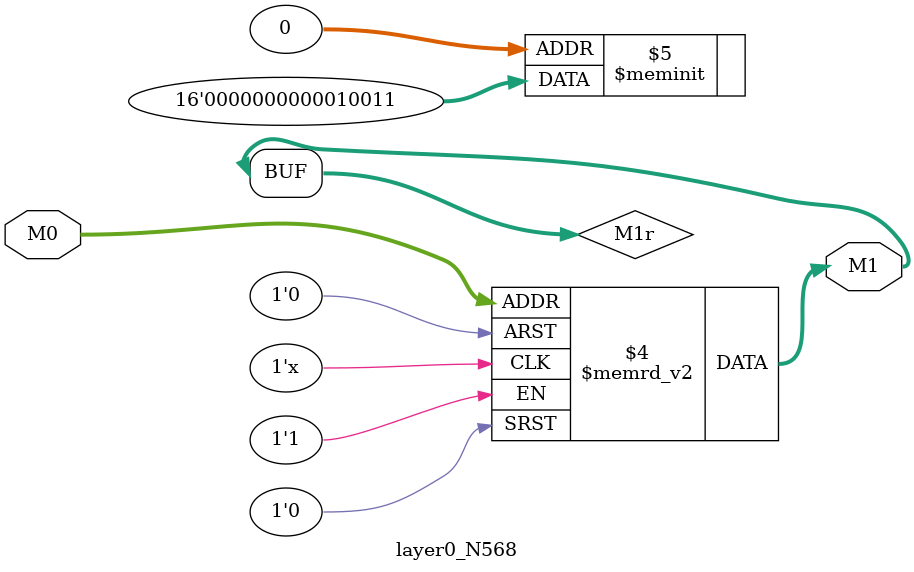
<source format=v>
module layer0_N568 ( input [2:0] M0, output [1:0] M1 );

	(*rom_style = "distributed" *) reg [1:0] M1r;
	assign M1 = M1r;
	always @ (M0) begin
		case (M0)
			3'b000: M1r = 2'b11;
			3'b100: M1r = 2'b00;
			3'b010: M1r = 2'b01;
			3'b110: M1r = 2'b00;
			3'b001: M1r = 2'b00;
			3'b101: M1r = 2'b00;
			3'b011: M1r = 2'b00;
			3'b111: M1r = 2'b00;

		endcase
	end
endmodule

</source>
